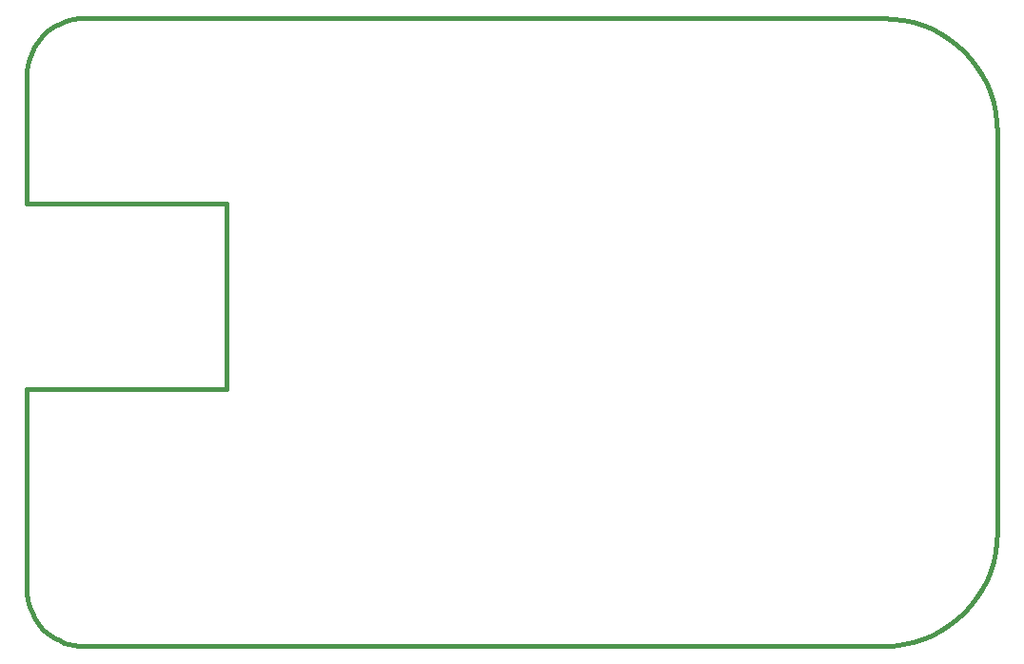
<source format=gbr>
G04 (created by PCBNEW-RS274X (2012-apr-16-27)-stable) date lun 12 may 2014 23:04:42 CEST*
G01*
G70*
G90*
%MOIN*%
G04 Gerber Fmt 3.4, Leading zero omitted, Abs format*
%FSLAX34Y34*%
G04 APERTURE LIST*
%ADD10C,0.000200*%
%ADD11C,0.015000*%
G04 APERTURE END LIST*
G54D10*
G54D11*
X73000Y-39000D02*
X73000Y-46000D01*
X80000Y-39000D02*
X73000Y-39000D01*
X80000Y-32500D02*
X80000Y-39000D01*
X79500Y-32500D02*
X80000Y-32500D01*
X73000Y-32500D02*
X79500Y-32500D01*
X73000Y-28000D02*
X73000Y-32500D01*
X75000Y-48000D02*
X103000Y-48000D01*
X75000Y-26000D02*
X103000Y-26000D01*
X75000Y-26000D02*
X74826Y-26008D01*
X74653Y-26031D01*
X74483Y-26069D01*
X74316Y-26121D01*
X74155Y-26188D01*
X74001Y-26268D01*
X73853Y-26362D01*
X73715Y-26468D01*
X73586Y-26586D01*
X73468Y-26715D01*
X73362Y-26853D01*
X73268Y-27001D01*
X73188Y-27155D01*
X73121Y-27316D01*
X73069Y-27483D01*
X73031Y-27653D01*
X73008Y-27826D01*
X73000Y-28000D01*
X73000Y-46000D02*
X73008Y-46174D01*
X73031Y-46347D01*
X73069Y-46517D01*
X73121Y-46684D01*
X73188Y-46845D01*
X73268Y-46999D01*
X73362Y-47147D01*
X73468Y-47285D01*
X73586Y-47414D01*
X73715Y-47532D01*
X73853Y-47638D01*
X74001Y-47732D01*
X74155Y-47812D01*
X74316Y-47879D01*
X74483Y-47931D01*
X74653Y-47969D01*
X74826Y-47992D01*
X75000Y-48000D01*
X107000Y-30000D02*
X106984Y-29652D01*
X106939Y-29306D01*
X106863Y-28965D01*
X106758Y-28632D01*
X106625Y-28310D01*
X106464Y-28001D01*
X106276Y-27706D01*
X106064Y-27429D01*
X105828Y-27172D01*
X105571Y-26936D01*
X105294Y-26724D01*
X105000Y-26536D01*
X104690Y-26375D01*
X104368Y-26242D01*
X104035Y-26137D01*
X103694Y-26061D01*
X103348Y-26016D01*
X103000Y-26000D01*
X107000Y-30000D02*
X107000Y-30500D01*
X103000Y-48000D02*
X103348Y-47984D01*
X103694Y-47939D01*
X104035Y-47863D01*
X104368Y-47758D01*
X104690Y-47625D01*
X105000Y-47464D01*
X105294Y-47276D01*
X105571Y-47064D01*
X105828Y-46828D01*
X106064Y-46571D01*
X106276Y-46294D01*
X106464Y-45999D01*
X106625Y-45690D01*
X106758Y-45368D01*
X106863Y-45035D01*
X106939Y-44694D01*
X106984Y-44348D01*
X107000Y-44000D01*
X107000Y-44000D02*
X107000Y-30500D01*
M02*

</source>
